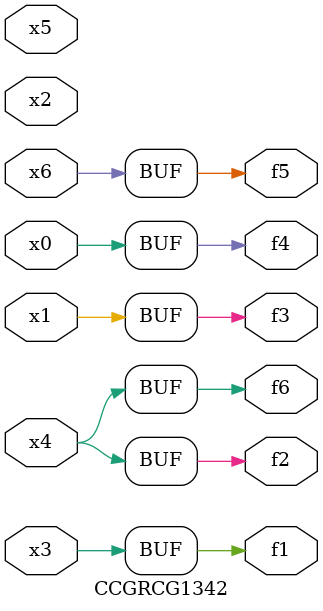
<source format=v>
module CCGRCG1342(
	input x0, x1, x2, x3, x4, x5, x6,
	output f1, f2, f3, f4, f5, f6
);
	assign f1 = x3;
	assign f2 = x4;
	assign f3 = x1;
	assign f4 = x0;
	assign f5 = x6;
	assign f6 = x4;
endmodule

</source>
